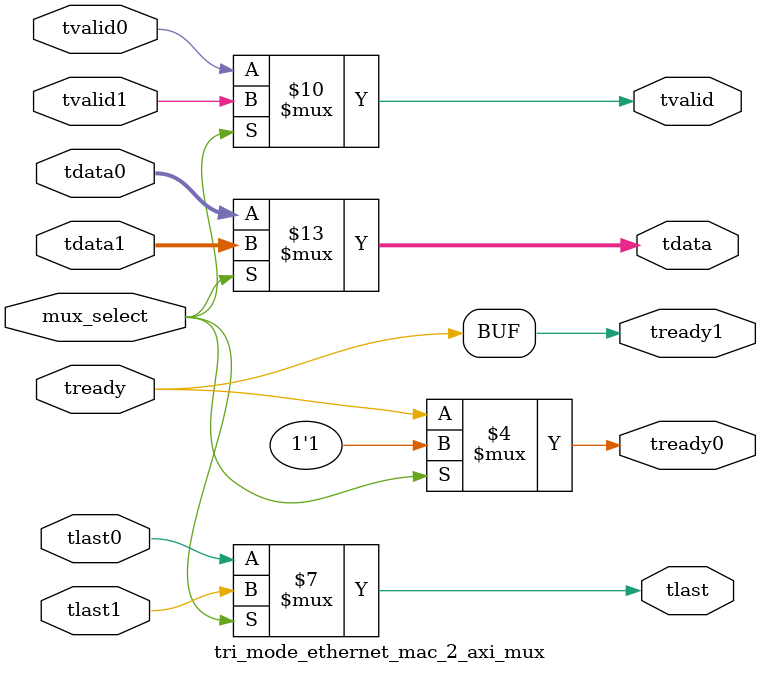
<source format=v>

`timescale 1 ps/1 ps

module tri_mode_ethernet_mac_2_axi_mux (
   input                   mux_select,

   // mux inputs
   input       [7:0]       tdata0,
   input                   tvalid0,
   input                   tlast0,
   output reg              tready0,
   
   input       [7:0]       tdata1,
   input                   tvalid1,
   input                   tlast1,
   output reg              tready1,
   
   // mux outputs
   output reg  [7:0]       tdata,
   output reg              tvalid,
   output reg              tlast,
   input                   tready
);

always @(mux_select or tdata0 or tvalid0 or tlast0 or tdata1 or 
         tvalid1 or tlast1)
begin
   if (mux_select) begin
      tdata    = tdata1;
      tvalid   = tvalid1;
      tlast    = tlast1;
   end
   else begin
      tdata    = tdata0;
      tvalid   = tvalid0;
      tlast    = tlast0;
   end
end

always @(mux_select or tready)
begin
   if (mux_select) begin
      tready0     = 1'b1;
   end
   else begin
      tready0     = tready;
   end
   tready1     = tready;
end

endmodule

</source>
